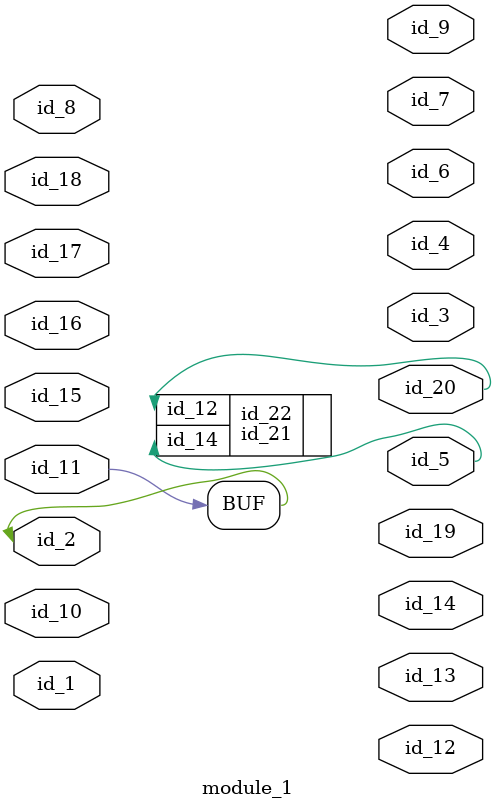
<source format=v>
module module_0 (
    id_1,
    id_2,
    id_3,
    id_4,
    id_5,
    id_6,
    id_7,
    id_8,
    id_9,
    id_10,
    id_11,
    id_12,
    id_13
);
  output id_13;
  input id_12;
  output id_11;
  input id_10;
  input id_9;
  output id_8;
  output id_7;
  input id_6;
  input id_5;
  input id_4;
  input id_3;
  output id_2;
  input id_1;
endmodule
module module_1 (
    id_1,
    id_2,
    id_3,
    id_4,
    id_5,
    id_6,
    id_7,
    id_8,
    id_9,
    id_10,
    id_11,
    id_12,
    id_13,
    id_14,
    id_15,
    id_16,
    id_17,
    id_18,
    id_19,
    id_20
);
  output id_20;
  output id_19;
  input id_18;
  input id_17;
  input id_16;
  input id_15;
  output id_14;
  output id_13;
  output id_12;
  input id_11;
  input id_10;
  output id_9;
  input id_8;
  output id_7;
  output id_6;
  output id_5;
  output id_4;
  output id_3;
  input id_2;
  input id_1;
  assign id_2 = id_11;
  id_21 id_22 (
      .id_12(id_20),
      .id_14(id_5)
  );
endmodule

</source>
